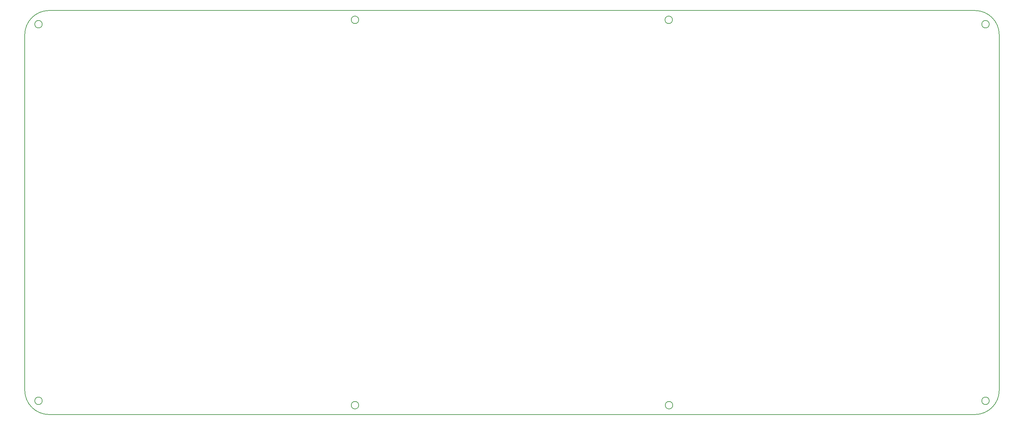
<source format=gbr>
%TF.GenerationSoftware,KiCad,Pcbnew,5.1.9+dfsg1-1*%
%TF.CreationDate,2021-12-19T19:28:55+01:00*%
%TF.ProjectId,okey65-bottom-plate,6f6b6579-3635-42d6-926f-74746f6d2d70,rev?*%
%TF.SameCoordinates,Original*%
%TF.FileFunction,Profile,NP*%
%FSLAX46Y46*%
G04 Gerber Fmt 4.6, Leading zero omitted, Abs format (unit mm)*
G04 Created by KiCad (PCBNEW 5.1.9+dfsg1-1) date 2021-12-19 19:28:55*
%MOMM*%
%LPD*%
G01*
G04 APERTURE LIST*
%TA.AperFunction,Profile*%
%ADD10C,0.200000*%
%TD*%
G04 APERTURE END LIST*
D10*
X105812000Y-137350000D02*
G75*
G03*
X105812000Y-137350000I-1000000J0D01*
G01*
X21158573Y-136178427D02*
G75*
G03*
X21158573Y-136178427I-1000000J0D01*
G01*
X189732558Y-34099999D02*
G75*
G03*
X189732558Y-34099999I-1000000J0D01*
G01*
X274465427Y-136178427D02*
G75*
G03*
X274465427Y-136178427I-1000000J0D01*
G01*
X189812000Y-137350000D02*
G75*
G03*
X189812000Y-137350000I-1000000J0D01*
G01*
X105812000Y-34099999D02*
G75*
G03*
X105812000Y-34099999I-1000000J0D01*
G01*
X274465427Y-35271572D02*
G75*
G03*
X274465427Y-35271572I-1000000J0D01*
G01*
X270637000Y-31599999D02*
X22987000Y-31599999D01*
X16487001Y-38099999D02*
X16487001Y-133350000D01*
X277137000Y-133350000D02*
G75*
G02*
X270637000Y-139850000I-6500000J0D01*
G01*
X21158573Y-35271572D02*
G75*
G03*
X21158573Y-35271572I-1000000J0D01*
G01*
X270637000Y-31599999D02*
G75*
G02*
X277137000Y-38099999I0J-6500000D01*
G01*
X16487000Y-38099999D02*
G75*
G02*
X22987000Y-31599999I6500000J0D01*
G01*
X22987000Y-139850000D02*
X270637000Y-139850000D01*
X277137000Y-133350000D02*
X277137000Y-38099999D01*
X22987000Y-139849999D02*
G75*
G02*
X16487001Y-133350000I0J6499999D01*
G01*
M02*

</source>
